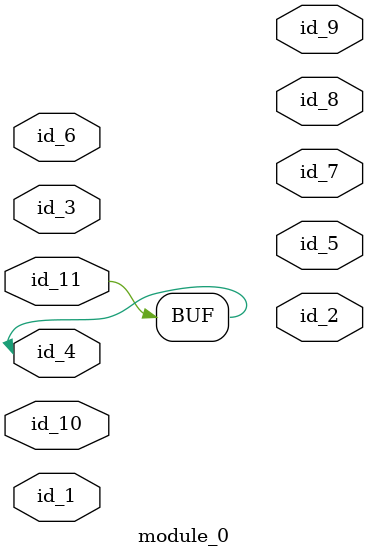
<source format=v>
`define pp_11 0
module module_0 (
    id_1,
    id_2,
    id_3,
    id_4,
    id_5,
    id_6,
    id_7,
    id_8,
    id_9,
    id_10,
    id_11
);
  inout id_11;
  inout id_10;
  output id_9;
  output id_8;
  output id_7;
  input id_6;
  output id_5;
  inout id_4;
  input id_3;
  output id_2;
  input id_1;
  assign id_4 = id_11;
endmodule

</source>
